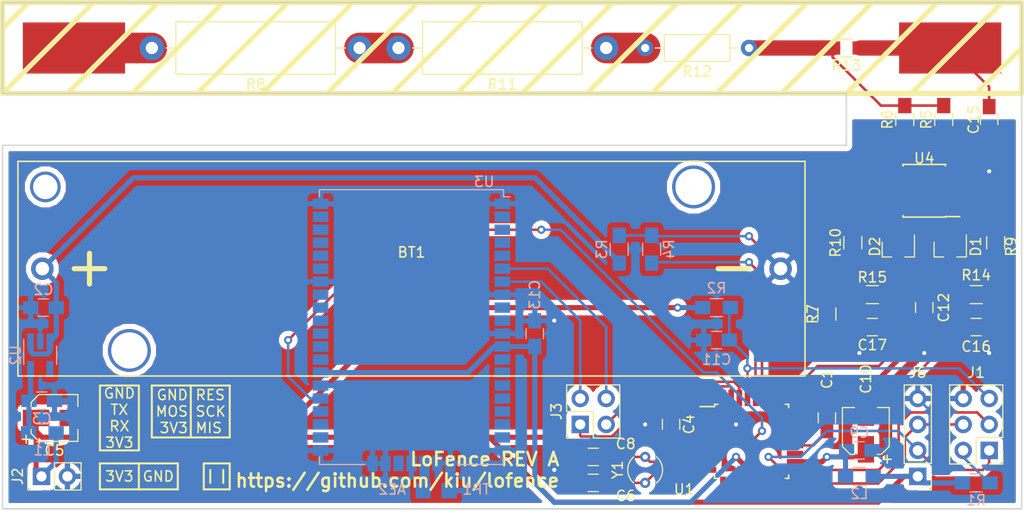
<source format=kicad_pcb>
(kicad_pcb (version 20171130) (host pcbnew "(5.0.0)")
  (layers (0 F.Cu signal) (31 B.Cu signal) (34 B.Paste user) (35 F.Paste user) (36 B.SilkS user) (37 F.SilkS user) (38 B.Mask user) (39 F.Mask user) (44 Edge.Cuts user))
  (net 0 "")
  (net 1 "Net-(AE2-Pad1)")
  (net 2 GND)
  (net 3 "Net-(C1-Pad1)")
  (net 4 +3V3)
  (net 5 "Net-(C6-Pad2)")
  (net 6 "Net-(C8-Pad2)")
  (net 7 +3.3VADC)
  (net 8 MCU_RESET)
  (net 9 ADC_POWER)
  (net 10 RN_POWER)
  (net 11 "Net-(C15-Pad1)")
  (net 12 ADC+)
  (net 13 ADC-)
  (net 14 "Net-(D1-Pad1)")
  (net 15 "Net-(D2-Pad1)")
  (net 16 MCU_DBG_TX)
  (net 17 MCU_SCK)
  (net 18 "Net-(J1-Pad2)")
  (net 19 MCU_DBG_RX)
  (net 20 RN_RESET)
  (net 21 RN_TX)
  (net 22 MCU_RX)
  (net 23 RN_RX)
  (net 24 MCU_TX)
  (net 25 PROBE)
  (net 26 "Net-(J5-Pad1)")
  (net 27 BAT_ADC)
  (net 28 BAT_VCC)
  (net 29 BAT_GND)
  (net 30 "Net-(R5-Pad1)")
  (net 31 "Net-(R10-Pad2)")
  (net 32 "Net-(R7-Pad2)")
  (net 33 "Net-(R11-Pad2)")
  (net 34 "Net-(R9-Pad2)")
  (net 35 "Net-(R11-Pad1)")
  (net 36 "Net-(C3-Pad1)")
  (module Pin_Headers:Pin_Header_Straight_2x02_Pitch2.54mm (layer F.Cu) (at 117.475 74.295 90)
    (fp_text reference J3 (at 1.27 -2.33 90) (layer F.SilkS))
    (fp_text value "DEBUG RN2483")
    (pad 4 thru_hole oval (at 2.54 2.54 90) (size 1.7 1.7) (drill 1) (layers *.Cu *.Mask) (net 21 RN_TX))
    (pad 3 thru_hole oval (at 0 2.54 90) (size 1.7 1.7) (drill 1) (layers *.Cu *.Mask) (net 22 MCU_RX))
    (pad 2 thru_hole oval (at 2.54 0 90) (size 1.7 1.7) (drill 1) (layers *.Cu *.Mask) (net 23 RN_RX))
    (pad 1 thru_hole rect (at 0 0 90) (size 1.7 1.7) (drill 1) (layers *.Cu *.Mask) (net 24 MCU_TX))
  )
  (module Capacitors_SMD:C_0805_HandSoldering (layer F.Cu) (at 141.605 73.64 90)
    (fp_text reference C1 (at 3.79 0 90) (layer F.SilkS))
    (fp_text value 100nF)
    (pad 1 smd rect (at -1.25 0 90) (size 1.5 1.25) (layers F.Cu F.Paste F.Mask) (net 3 "Net-(C1-Pad1)"))
    (pad 2 smd rect (at 1.25 0 90) (size 1.5 1.25) (layers F.Cu F.Paste F.Mask) (net 2 GND))
  )
  (module Capacitors_SMD:C_0805_HandSoldering (layer F.Cu) (at 126.365 74.275 270)
    (fp_text reference C4 (at 0 -1.75 270) (layer F.SilkS))
    (fp_text value 100nF)
    (pad 1 smd rect (at -1.25 0 270) (size 1.5 1.25) (layers F.Cu F.Paste F.Mask) (net 2 GND))
    (pad 2 smd rect (at 1.25 0 270) (size 1.5 1.25) (layers F.Cu F.Paste F.Mask) (net 4 +3V3))
  )
  (module Capacitors_SMD:C_0805_HandSoldering (layer F.Cu) (at 118.745 80.01)
    (fp_text reference C6 (at 3.175 1.27) (layer F.SilkS))
    (fp_text value 0pF)
    (pad 1 smd rect (at -1.25 0) (size 1.5 1.25) (layers F.Cu F.Paste F.Mask) (net 2 GND))
    (pad 2 smd rect (at 1.25 0) (size 1.5 1.25) (layers F.Cu F.Paste F.Mask) (net 5 "Net-(C6-Pad2)"))
  )
  (module Capacitors_SMD:C_0805_HandSoldering (layer F.Cu) (at 118.745 77.47)
    (fp_text reference C8 (at 3.175 -1.27) (layer F.SilkS))
    (fp_text value 0pF)
    (pad 1 smd rect (at -1.25 0) (size 1.5 1.25) (layers F.Cu F.Paste F.Mask) (net 2 GND))
    (pad 2 smd rect (at 1.25 0) (size 1.5 1.25) (layers F.Cu F.Paste F.Mask) (net 6 "Net-(C8-Pad2)"))
  )
  (module Capacitors_SMD:C_0805_HandSoldering (layer B.Cu) (at 144.78 76.835 180)
    (fp_text reference C9 (at 0 1.75 180) (layer B.SilkS) (effects (justify mirror)))
    (fp_text value 100nF)
    (pad 1 smd rect (at -1.25 0 180) (size 1.5 1.25) (layers B.Cu B.Paste B.Mask) (net 2 GND))
    (pad 2 smd rect (at 1.25 0 180) (size 1.5 1.25) (layers B.Cu B.Paste B.Mask) (net 7 +3.3VADC))
  )
  (module Capacitors_SMD:C_0805_HandSoldering (layer B.Cu) (at 130.81 66.04 180)
    (fp_text reference C11 (at 0 -1.905 180) (layer B.SilkS) (effects (justify mirror)))
    (fp_text value 100nF)
    (pad 1 smd rect (at -1.25 0 180) (size 1.5 1.25) (layers B.Cu B.Paste B.Mask) (net 8 MCU_RESET))
    (pad 2 smd rect (at 1.25 0 180) (size 1.5 1.25) (layers B.Cu B.Paste B.Mask) (net 2 GND))
  )
  (module Capacitors_SMD:C_0805_HandSoldering (layer F.Cu) (at 151.13 62.865 90)
    (fp_text reference C12 (at 0 1.905 90) (layer F.SilkS))
    (fp_text value 100nF)
    (pad 1 smd rect (at -1.25 0 90) (size 1.5 1.25) (layers F.Cu F.Paste F.Mask) (net 2 GND))
    (pad 2 smd rect (at 1.25 0 90) (size 1.5 1.25) (layers F.Cu F.Paste F.Mask) (net 9 ADC_POWER))
  )
  (module Capacitors_SMD:C_0805_HandSoldering (layer B.Cu) (at 113.03 65.405 270)
    (fp_text reference C13 (at -3.81 0 270) (layer B.SilkS) (effects (justify mirror)))
    (fp_text value 100nF)
    (pad 1 smd rect (at -1.25 0 270) (size 1.5 1.25) (layers B.Cu B.Paste B.Mask) (net 2 GND))
    (pad 2 smd rect (at 1.25 0 270) (size 1.5 1.25) (layers B.Cu B.Paste B.Mask) (net 10 RN_POWER))
  )
  (module Capacitors_SMD:C_0805_HandSoldering (layer F.Cu) (at 157.48 44.45 270)
    (fp_text reference C15 (at 0 1.524 270) (layer F.SilkS))
    (fp_text value 0nF)
    (pad 1 smd rect (at -1.25 0 270) (size 1.5 1.25) (layers F.Cu F.Paste F.Mask) (net 11 "Net-(C15-Pad1)"))
    (pad 2 smd rect (at 1.25 0 270) (size 1.5 1.25) (layers F.Cu F.Paste F.Mask) (net 2 GND))
  )
  (module Capacitors_SMD:C_0805_HandSoldering (layer F.Cu) (at 156.21 64.77)
    (fp_text reference C16 (at 0 1.905) (layer F.SilkS))
    (fp_text value 100nF)
    (pad 1 smd rect (at -1.25 0) (size 1.5 1.25) (layers F.Cu F.Paste F.Mask) (net 12 ADC+))
    (pad 2 smd rect (at 1.25 0) (size 1.5 1.25) (layers F.Cu F.Paste F.Mask) (net 2 GND))
  )
  (module Capacitors_SMD:C_0805_HandSoldering (layer F.Cu) (at 146.05 64.77 180)
    (fp_text reference C17 (at 0 -1.75 180) (layer F.SilkS))
    (fp_text value 100nF)
    (pad 1 smd rect (at -1.25 0 180) (size 1.5 1.25) (layers F.Cu F.Paste F.Mask) (net 13 ADC-))
    (pad 2 smd rect (at 1.25 0 180) (size 1.5 1.25) (layers F.Cu F.Paste F.Mask) (net 2 GND))
  )
  (module TO_SOT_Packages_SMD:SOT-23 (layer F.Cu) (at 153.67 57.15 270)
    (fp_text reference D1 (at -0.254 -2.5 270) (layer F.SilkS))
    (fp_text value BAV70LT)
    (pad 1 smd rect (at -1 -0.95 270) (size 0.9 0.8) (layers F.Cu F.Paste F.Mask) (net 14 "Net-(D1-Pad1)"))
    (pad 2 smd rect (at -1 0.95 270) (size 0.9 0.8) (layers F.Cu F.Paste F.Mask) (net 14 "Net-(D1-Pad1)"))
    (pad 3 smd rect (at 1 0 270) (size 0.9 0.8) (layers F.Cu F.Paste F.Mask) (net 12 ADC+))
  )
  (module TO_SOT_Packages_SMD:SOT-23 (layer F.Cu) (at 148.59 57.15 270)
    (fp_text reference D2 (at -0.254 2.286 270) (layer F.SilkS))
    (fp_text value BAV70LT)
    (pad 1 smd rect (at -1 -0.95 270) (size 0.9 0.8) (layers F.Cu F.Paste F.Mask) (net 15 "Net-(D2-Pad1)"))
    (pad 2 smd rect (at -1 0.95 270) (size 0.9 0.8) (layers F.Cu F.Paste F.Mask) (net 15 "Net-(D2-Pad1)"))
    (pad 3 smd rect (at 1 0 270) (size 0.9 0.8) (layers F.Cu F.Paste F.Mask) (net 13 ADC-))
  )
  (module Pin_Headers:Pin_Header_Straight_2x03_Pitch2.54mm (layer F.Cu) (at 157.48 76.835 180)
    (fp_text reference J1 (at 1.27 7.62 180) (layer F.SilkS))
    (fp_text value ISP)
    (pad 1 thru_hole rect (at 0 0 180) (size 1.7 1.7) (drill 1) (layers *.Cu *.Mask) (net 19 MCU_DBG_RX))
    (pad 2 thru_hole oval (at 2.54 0 180) (size 1.7 1.7) (drill 1) (layers *.Cu *.Mask) (net 18 "Net-(J1-Pad2)"))
    (pad 3 thru_hole oval (at 0 2.54 180) (size 1.7 1.7) (drill 1) (layers *.Cu *.Mask) (net 17 MCU_SCK))
    (pad 4 thru_hole oval (at 2.54 2.54 180) (size 1.7 1.7) (drill 1) (layers *.Cu *.Mask) (net 16 MCU_DBG_TX))
    (pad 5 thru_hole oval (at 0 5.08 180) (size 1.7 1.7) (drill 1) (layers *.Cu *.Mask) (net 8 MCU_RESET))
    (pad 6 thru_hole oval (at 2.54 5.08 180) (size 1.7 1.7) (drill 1) (layers *.Cu *.Mask) (net 2 GND))
  )
  (module Pin_Headers:Pin_Header_Straight_1x02_Pitch2.54mm (layer F.Cu) (at 64.77 79.375 90)
    (fp_text reference J2 (at 0 -2.33 90) (layer F.SilkS))
    (fp_text value POWER)
    (pad 1 thru_hole rect (at 0 0 90) (size 1.7 1.7) (drill 1) (layers *.Cu *.Mask) (net 4 +3V3))
    (pad 2 thru_hole oval (at 0 2.54 90) (size 1.7 1.7) (drill 1) (layers *.Cu *.Mask) (net 2 GND))
  )
  (module Wire_Pads:SolderWirePad_single_SMD_5x10mm (layer F.Cu) (at 67.945 37.465 270)
    (fp_text reference J5 hide)
    (fp_text value Fence+)
    (pad 1 smd rect (at 0 0 270) (size 5 10) (layers F.Cu F.Paste F.Mask) (net 26 "Net-(J5-Pad1)"))
  )
  (module Pin_Headers:Pin_Header_Straight_1x04_Pitch2.54mm (layer F.Cu) (at 150.495 79.375 180)
    (fp_text reference J6 (at 0 10.16 180) (layer F.SilkS))
    (fp_text value "DEBUG RXTX")
    (pad 1 thru_hole rect (at 0 0 180) (size 1.7 1.7) (drill 1) (layers *.Cu *.Mask) (net 4 +3V3))
    (pad 2 thru_hole oval (at 0 2.54 180) (size 1.7 1.7) (drill 1) (layers *.Cu *.Mask) (net 19 MCU_DBG_RX))
    (pad 3 thru_hole oval (at 0 5.08 180) (size 1.7 1.7) (drill 1) (layers *.Cu *.Mask) (net 16 MCU_DBG_TX))
    (pad 4 thru_hole oval (at 0 7.62 180) (size 1.7 1.7) (drill 1) (layers *.Cu *.Mask) (net 2 GND))
  )
  (module Wire_Pads:SolderWirePad_single_SMD_5x10mm (layer F.Cu) (at 153.67 37.465 90)
    (fp_text reference J7 hide)
    (fp_text value Fence-)
    (pad 1 smd rect (at 0 0 90) (size 5 10) (layers F.Cu F.Paste F.Mask) (net 11 "Net-(C15-Pad1)"))
  )
  (module Resistors_SMD:R_0805_HandSoldering (layer B.Cu) (at 156.21 80.01)
    (fp_text reference R1 (at 0 1.7) (layer B.SilkS) (effects (justify mirror)))
    (fp_text value 0R)
    (pad 1 smd rect (at -1.35 0) (size 1.5 1.3) (layers B.Cu B.Paste B.Mask) (net 4 +3V3))
    (pad 2 smd rect (at 1.35 0) (size 1.5 1.3) (layers B.Cu B.Paste B.Mask) (net 18 "Net-(J1-Pad2)"))
  )
  (module Resistors_SMD:R_0805_HandSoldering (layer B.Cu) (at 130.81 62.865)
    (fp_text reference R2 (at 0 -1.905) (layer B.SilkS) (effects (justify mirror)))
    (fp_text value 4k7)
    (pad 1 smd rect (at -1.35 0) (size 1.5 1.3) (layers B.Cu B.Paste B.Mask) (net 4 +3V3))
    (pad 2 smd rect (at 1.35 0) (size 1.5 1.3) (layers B.Cu B.Paste B.Mask) (net 8 MCU_RESET))
  )
  (module Resistors_SMD:R_0805_HandSoldering (layer B.Cu) (at 121.285 57.15 270)
    (fp_text reference R3 (at 0 1.7 270) (layer B.SilkS) (effects (justify mirror)))
    (fp_text value 232R)
    (pad 1 smd rect (at -1.35 0 270) (size 1.5 1.3) (layers B.Cu B.Paste B.Mask) (net 27 BAT_ADC))
    (pad 2 smd rect (at 1.35 0 270) (size 1.5 1.3) (layers B.Cu B.Paste B.Mask) (net 28 BAT_VCC))
  )
  (module Resistors_SMD:R_0805_HandSoldering (layer B.Cu) (at 124.46 57.15 90)
    (fp_text reference R4 (at 0 1.7 90) (layer B.SilkS) (effects (justify mirror)))
    (fp_text value 232R)
    (pad 1 smd rect (at -1.35 0 90) (size 1.5 1.3) (layers B.Cu B.Paste B.Mask) (net 29 BAT_GND))
    (pad 2 smd rect (at 1.35 0 90) (size 1.5 1.3) (layers B.Cu B.Paste B.Mask) (net 27 BAT_ADC))
  )
  (module Resistors_SMD:R_0805_HandSoldering (layer F.Cu) (at 153.035 44.45 90)
    (fp_text reference R5 (at 0 -1.7 90) (layer F.SilkS))
    (fp_text value 100k)
    (pad 1 smd rect (at -1.35 0 90) (size 1.5 1.3) (layers F.Cu F.Paste F.Mask) (net 30 "Net-(R5-Pad1)"))
    (pad 2 smd rect (at 1.35 0 90) (size 1.5 1.3) (layers F.Cu F.Paste F.Mask) (net 25 PROBE))
  )
  (module Resistors_SMD:R_0805_HandSoldering (layer F.Cu) (at 149.225 44.45 90)
    (fp_text reference R6 (at 0 -1.7 90) (layer F.SilkS))
    (fp_text value 100k)
    (pad 1 smd rect (at -1.35 0 90) (size 1.5 1.3) (layers F.Cu F.Paste F.Mask) (net 31 "Net-(R10-Pad2)"))
    (pad 2 smd rect (at 1.35 0 90) (size 1.5 1.3) (layers F.Cu F.Paste F.Mask) (net 25 PROBE))
  )
  (module Resistors_SMD:R_0805_HandSoldering (layer F.Cu) (at 141.605 63.5 90)
    (fp_text reference R7 (at 0 -1.397 90) (layer F.SilkS))
    (fp_text value 100k)
    (pad 1 smd rect (at -1.35 0 90) (size 1.5 1.3) (layers F.Cu F.Paste F.Mask) (net 2 GND))
    (pad 2 smd rect (at 1.35 0 90) (size 1.5 1.3) (layers F.Cu F.Paste F.Mask) (net 32 "Net-(R7-Pad2)"))
  )
  (module Resistors_SMD:R_0805_HandSoldering (layer F.Cu) (at 158.115 56.515 90)
    (fp_text reference R9 (at -0.381 1.524 90) (layer F.SilkS))
    (fp_text value 100k)
    (pad 1 smd rect (at -1.35 0 90) (size 1.5 1.3) (layers F.Cu F.Paste F.Mask) (net 12 ADC+))
    (pad 2 smd rect (at 1.35 0 90) (size 1.5 1.3) (layers F.Cu F.Paste F.Mask) (net 34 "Net-(R9-Pad2)"))
  )
  (module Resistors_SMD:R_0805_HandSoldering (layer F.Cu) (at 144.145 56.515 90)
    (fp_text reference R10 (at 0 -1.7 90) (layer F.SilkS))
    (fp_text value 100k)
    (pad 1 smd rect (at -1.35 0 90) (size 1.5 1.3) (layers F.Cu F.Paste F.Mask) (net 13 ADC-))
    (pad 2 smd rect (at 1.35 0 90) (size 1.5 1.3) (layers F.Cu F.Paste F.Mask) (net 31 "Net-(R10-Pad2)"))
  )
  (module Resistors_SMD:R_0805_HandSoldering (layer F.Cu) (at 143.51 37.465 180)
    (fp_text reference R13 (at 0 -1.7 180) (layer F.SilkS))
    (fp_text value 3k9)
    (pad 1 smd rect (at -1.35 0 180) (size 1.5 1.3) (layers F.Cu F.Paste F.Mask) (net 11 "Net-(C15-Pad1)"))
    (pad 2 smd rect (at 1.35 0 180) (size 1.5 1.3) (layers F.Cu F.Paste F.Mask) (net 25 PROBE))
  )
  (module Resistors_SMD:R_0805_HandSoldering (layer F.Cu) (at 156.21 61.595 180)
    (fp_text reference R14 (at 0 1.905 180) (layer F.SilkS))
    (fp_text value 1M)
    (pad 1 smd rect (at -1.35 0 180) (size 1.5 1.3) (layers F.Cu F.Paste F.Mask) (net 2 GND))
    (pad 2 smd rect (at 1.35 0 180) (size 1.5 1.3) (layers F.Cu F.Paste F.Mask) (net 12 ADC+))
  )
  (module Resistors_SMD:R_0805_HandSoldering (layer F.Cu) (at 146.05 61.595)
    (fp_text reference R15 (at 0 -1.7) (layer F.SilkS))
    (fp_text value 1M)
    (pad 1 smd rect (at -1.35 0) (size 1.5 1.3) (layers F.Cu F.Paste F.Mask) (net 2 GND))
    (pad 2 smd rect (at 1.35 0) (size 1.5 1.3) (layers F.Cu F.Paste F.Mask) (net 13 ADC-))
  )
  (module kiu-footprint:RN2483 (layer B.Cu) (at 100.965 64.77 180)
    (fp_text reference U3 (at -7.112 14.224 180) (layer B.SilkS) (effects (justify mirror)))
    (fp_text value RN2483)
    (pad 47 smd rect (at 8.89 12.065 180) (size 1.524 1.016) (layers B.Cu B.Paste B.Mask) (net 2 GND))
    (pad 46 smd rect (at 8.89 10.795 180) (size 1.524 1.016) (layers B.Cu B.Paste B.Mask))
    (pad 45 smd rect (at 8.89 9.525 180) (size 1.524 1.016) (layers B.Cu B.Paste B.Mask))
    (pad 44 smd rect (at 8.89 8.255 180) (size 1.524 1.016) (layers B.Cu B.Paste B.Mask))
    (pad 43 smd rect (at 8.89 6.985 180) (size 1.524 1.016) (layers B.Cu B.Paste B.Mask))
    (pad 42 smd rect (at 8.89 5.715 180) (size 1.524 1.016) (layers B.Cu B.Paste B.Mask))
    (pad 41 smd rect (at 8.89 4.445 180) (size 1.524 1.016) (layers B.Cu B.Paste B.Mask) (net 2 GND))
    (pad 40 smd rect (at 8.89 3.175 180) (size 1.524 1.016) (layers B.Cu B.Paste B.Mask))
    (pad 39 smd rect (at 8.89 1.905 180) (size 1.524 1.016) (layers B.Cu B.Paste B.Mask))
    (pad 38 smd rect (at 8.89 0.635 180) (size 1.524 1.016) (layers B.Cu B.Paste B.Mask))
    (pad 37 smd rect (at 8.89 -0.635 180) (size 1.524 1.016) (layers B.Cu B.Paste B.Mask))
    (pad 36 smd rect (at 8.89 -1.905 180) (size 1.524 1.016) (layers B.Cu B.Paste B.Mask))
    (pad 35 smd rect (at 8.89 -3.175 180) (size 1.524 1.016) (layers B.Cu B.Paste B.Mask))
    (pad 34 smd rect (at 8.89 -4.445 180) (size 1.524 1.016) (layers B.Cu B.Paste B.Mask) (net 10 RN_POWER))
    (pad 33 smd rect (at 8.89 -5.715 180) (size 1.524 1.016) (layers B.Cu B.Paste B.Mask) (net 2 GND))
    (pad 32 smd rect (at 8.89 -6.985 180) (size 1.524 1.016) (layers B.Cu B.Paste B.Mask) (net 20 RN_RESET))
    (pad 31 smd rect (at 8.89 -8.255 180) (size 1.524 1.016) (layers B.Cu B.Paste B.Mask))
    (pad 30 smd rect (at 8.89 -9.525 180) (size 1.524 1.016) (layers B.Cu B.Paste B.Mask))
    (pad 29 smd rect (at 8.89 -10.795 180) (size 1.524 1.016) (layers B.Cu B.Paste B.Mask))
    (pad 28 smd rect (at 8.89 -12.065 180) (size 1.524 1.016) (layers B.Cu B.Paste B.Mask) (net 2 GND))
    (pad 27 smd rect (at 3.81 -13.335 90) (size 1.524 1.016) (layers B.Cu B.Paste B.Mask) (net 2 GND))
    (pad 26 smd rect (at 2.54 -13.335 90) (size 1.524 1.016) (layers B.Cu B.Paste B.Mask) (net 2 GND))
    (pad 25 smd rect (at 1.27 -13.335 90) (size 1.524 1.016) (layers B.Cu B.Paste B.Mask))
    (pad 24 smd rect (at 0 -13.335 90) (size 1.524 1.016) (layers B.Cu B.Paste B.Mask) (net 2 GND))
    (pad 23 smd rect (at -1.27 -13.335 90) (size 1.524 1.016) (layers B.Cu B.Paste B.Mask) (net 1 "Net-(AE2-Pad1)"))
    (pad 22 smd rect (at -2.54 -13.335 90) (size 1.524 1.016) (layers B.Cu B.Paste B.Mask) (net 2 GND))
    (pad 21 smd rect (at -3.81 -13.335 90) (size 1.524 1.016) (layers B.Cu B.Paste B.Mask) (net 2 GND))
    (pad 20 smd rect (at -8.89 -12.065 180) (size 1.524 1.016) (layers B.Cu B.Paste B.Mask) (net 2 GND))
    (pad 19 smd rect (at -8.89 -10.795 180) (size 1.524 1.016) (layers B.Cu B.Paste B.Mask))
    (pad 18 smd rect (at -8.89 -9.525 180) (size 1.524 1.016) (layers B.Cu B.Paste B.Mask))
    (pad 17 smd rect (at -8.89 -8.255 180) (size 1.524 1.016) (layers B.Cu B.Paste B.Mask))
    (pad 16 smd rect (at -8.89 -6.985 180) (size 1.524 1.016) (layers B.Cu B.Paste B.Mask))
    (pad 15 smd rect (at -8.89 -5.715 180) (size 1.524 1.016) (layers B.Cu B.Paste B.Mask))
    (pad 14 smd rect (at -8.89 -4.445 180) (size 1.524 1.016) (layers B.Cu B.Paste B.Mask))
    (pad 13 smd rect (at -8.89 -3.175 180) (size 1.524 1.016) (layers B.Cu B.Paste B.Mask))
    (pad 12 smd rect (at -8.89 -1.905 180) (size 1.524 1.016) (layers B.Cu B.Paste B.Mask) (net 10 RN_POWER))
    (pad 11 smd rect (at -8.89 -0.635 180) (size 1.524 1.016) (layers B.Cu B.Paste B.Mask) (net 2 GND))
    (pad 10 smd rect (at -8.89 0.635 180) (size 1.524 1.016) (layers B.Cu B.Paste B.Mask))
    (pad 9 smd rect (at -8.89 1.905 180) (size 1.524 1.016) (layers B.Cu B.Paste B.Mask))
    (pad 8 smd rect (at -8.89 3.175 180) (size 1.524 1.016) (layers B.Cu B.Paste B.Mask) (net 2 GND))
    (pad 7 smd rect (at -8.89 4.445 180) (size 1.524 1.016) (layers B.Cu B.Paste B.Mask) (net 23 RN_RX))
    (pad 6 smd rect (at -8.89 5.715 180) (size 1.524 1.016) (layers B.Cu B.Paste B.Mask) (net 21 RN_TX))
    (pad 5 smd rect (at -8.89 6.985 180) (size 1.524 1.016) (layers B.Cu B.Paste B.Mask))
    (pad 4 smd rect (at -8.89 8.255 180) (size 1.524 1.016) (layers B.Cu B.Paste B.Mask))
    (pad 3 smd rect (at -8.89 9.525 180) (size 1.524 1.016) (layers B.Cu B.Paste B.Mask))
    (pad 2 smd rect (at -8.89 10.795 180) (size 1.524 1.016) (layers B.Cu B.Paste B.Mask))
    (pad 1 smd rect (at -8.89 12.065 180) (size 1.524 1.016) (layers B.Cu B.Paste B.Mask) (net 2 GND))
  )
  (module Housings_SOIC:SOIC-8_3.9x4.9mm_Pitch1.27mm (layer F.Cu) (at 151.13 51.435 180)
    (fp_text reference U4 (at 0 3.175 180) (layer F.SilkS))
    (fp_text value Opamp_Dual_Generic)
    (pad 1 smd rect (at -2.7 -1.905 180) (size 1.55 0.6) (layers F.Cu F.Paste F.Mask) (net 14 "Net-(D1-Pad1)"))
    (pad 2 smd rect (at -2.7 -0.635 180) (size 1.55 0.6) (layers F.Cu F.Paste F.Mask) (net 34 "Net-(R9-Pad2)"))
    (pad 3 smd rect (at -2.7 0.635 180) (size 1.55 0.6) (layers F.Cu F.Paste F.Mask) (net 30 "Net-(R5-Pad1)"))
    (pad 4 smd rect (at -2.7 1.905 180) (size 1.55 0.6) (layers F.Cu F.Paste F.Mask) (net 2 GND))
    (pad 5 smd rect (at 2.7 1.905 180) (size 1.55 0.6) (layers F.Cu F.Paste F.Mask) (net 32 "Net-(R7-Pad2)"))
    (pad 6 smd rect (at 2.7 0.635 180) (size 1.55 0.6) (layers F.Cu F.Paste F.Mask) (net 31 "Net-(R10-Pad2)"))
    (pad 7 smd rect (at 2.7 -0.635 180) (size 1.55 0.6) (layers F.Cu F.Paste F.Mask) (net 15 "Net-(D2-Pad1)"))
    (pad 8 smd rect (at 2.7 -1.905 180) (size 1.55 0.6) (layers F.Cu F.Paste F.Mask) (net 9 ADC_POWER))
  )
  (module Crystals:Crystal_AT310_d3.0mm_l10.0mm_Vertical (layer F.Cu) (at 123.825 80.01 90)
    (fp_text reference Y1 (at 1.27 -2.7 90) (layer F.SilkS))
    (fp_text value "32768 Hz")
    (pad 1 thru_hole circle (at 0 0 90) (size 1 1) (drill 0.5) (layers *.Cu *.Mask) (net 5 "Net-(C6-Pad2)"))
    (pad 2 thru_hole circle (at 2.54 0 90) (size 1 1) (drill 0.5) (layers *.Cu *.Mask) (net 6 "Net-(C8-Pad2)"))
  )
  (module Housings_QFP:TQFP-32_7x7mm_Pitch0.8mm (layer F.Cu) (at 134.239 75.946)
    (fp_text reference U1 (at -6.604 4.699) (layer F.SilkS))
    (fp_text value ATmega328PB-AU)
    (pad 1 smd rect (at -4.25 -2.8) (size 1.6 0.55) (layers F.Cu F.Paste F.Mask))
    (pad 2 smd rect (at -4.25 -2) (size 1.6 0.55) (layers F.Cu F.Paste F.Mask))
    (pad 3 smd rect (at -4.25 -1.2) (size 1.6 0.55) (layers F.Cu F.Paste F.Mask))
    (pad 4 smd rect (at -4.25 -0.4) (size 1.6 0.55) (layers F.Cu F.Paste F.Mask) (net 4 +3V3))
    (pad 5 smd rect (at -4.25 0.4) (size 1.6 0.55) (layers F.Cu F.Paste F.Mask) (net 2 GND))
    (pad 6 smd rect (at -4.25 1.2) (size 1.6 0.55) (layers F.Cu F.Paste F.Mask))
    (pad 7 smd rect (at -4.25 2) (size 1.6 0.55) (layers F.Cu F.Paste F.Mask) (net 6 "Net-(C8-Pad2)"))
    (pad 8 smd rect (at -4.25 2.8) (size 1.6 0.55) (layers F.Cu F.Paste F.Mask) (net 5 "Net-(C6-Pad2)"))
    (pad 9 smd rect (at -2.8 4.25 90) (size 1.6 0.55) (layers F.Cu F.Paste F.Mask))
    (pad 10 smd rect (at -2 4.25 90) (size 1.6 0.55) (layers F.Cu F.Paste F.Mask))
    (pad 11 smd rect (at -1.2 4.25 90) (size 1.6 0.55) (layers F.Cu F.Paste F.Mask))
    (pad 12 smd rect (at -0.4 4.25 90) (size 1.6 0.55) (layers F.Cu F.Paste F.Mask) (net 10 RN_POWER))
    (pad 13 smd rect (at 0.4 4.25 90) (size 1.6 0.55) (layers F.Cu F.Paste F.Mask) (net 20 RN_RESET))
    (pad 14 smd rect (at 1.2 4.25 90) (size 1.6 0.55) (layers F.Cu F.Paste F.Mask))
    (pad 15 smd rect (at 2 4.25 90) (size 1.6 0.55) (layers F.Cu F.Paste F.Mask) (net 16 MCU_DBG_TX))
    (pad 16 smd rect (at 2.8 4.25 90) (size 1.6 0.55) (layers F.Cu F.Paste F.Mask) (net 19 MCU_DBG_RX))
    (pad 17 smd rect (at 4.25 2.8) (size 1.6 0.55) (layers F.Cu F.Paste F.Mask) (net 17 MCU_SCK))
    (pad 18 smd rect (at 4.25 2) (size 1.6 0.55) (layers F.Cu F.Paste F.Mask) (net 7 +3.3VADC))
    (pad 19 smd rect (at 4.25 1.2) (size 1.6 0.55) (layers F.Cu F.Paste F.Mask))
    (pad 20 smd rect (at 4.25 0.4) (size 1.6 0.55) (layers F.Cu F.Paste F.Mask) (net 3 "Net-(C1-Pad1)"))
    (pad 21 smd rect (at 4.25 -0.4) (size 1.6 0.55) (layers F.Cu F.Paste F.Mask) (net 2 GND))
    (pad 22 smd rect (at 4.25 -1.2) (size 1.6 0.55) (layers F.Cu F.Paste F.Mask))
    (pad 23 smd rect (at 4.25 -2) (size 1.6 0.55) (layers F.Cu F.Paste F.Mask) (net 12 ADC+))
    (pad 24 smd rect (at 4.25 -2.8) (size 1.6 0.55) (layers F.Cu F.Paste F.Mask) (net 9 ADC_POWER))
    (pad 25 smd rect (at 2.8 -4.25 90) (size 1.6 0.55) (layers F.Cu F.Paste F.Mask) (net 13 ADC-))
    (pad 26 smd rect (at 2 -4.25 90) (size 1.6 0.55) (layers F.Cu F.Paste F.Mask))
    (pad 27 smd rect (at 1.2 -4.25 90) (size 1.6 0.55) (layers F.Cu F.Paste F.Mask) (net 27 BAT_ADC))
    (pad 28 smd rect (at 0.4 -4.25 90) (size 1.6 0.55) (layers F.Cu F.Paste F.Mask) (net 29 BAT_GND))
    (pad 29 smd rect (at -0.4 -4.25 90) (size 1.6 0.55) (layers F.Cu F.Paste F.Mask) (net 8 MCU_RESET))
    (pad 30 smd rect (at -1.2 -4.25 90) (size 1.6 0.55) (layers F.Cu F.Paste F.Mask) (net 22 MCU_RX))
    (pad 31 smd rect (at -2 -4.25 90) (size 1.6 0.55) (layers F.Cu F.Paste F.Mask) (net 24 MCU_TX))
    (pad 32 smd rect (at -2.8 -4.25 90) (size 1.6 0.55) (layers F.Cu F.Paste F.Mask))
  )
  (module TO_SOT_Packages_SMD:SOT-23-5_HandSoldering (layer B.Cu) (at 64.644502 67.522653 270)
    (fp_text reference U2 (at 0 2.414502 270) (layer B.SilkS) (effects (justify mirror)))
    (fp_text value MIC5504-3.3YM5)
    (pad 1 smd rect (at -1.35 0.95 270) (size 1.56 0.65) (layers B.Cu B.Paste B.Mask) (net 28 BAT_VCC))
    (pad 2 smd rect (at -1.35 0 270) (size 1.56 0.65) (layers B.Cu B.Paste B.Mask) (net 2 GND))
    (pad 3 smd rect (at -1.35 -0.95 270) (size 1.56 0.65) (layers B.Cu B.Paste B.Mask) (net 28 BAT_VCC))
    (pad 4 smd rect (at 1.35 -0.95 270) (size 1.56 0.65) (layers B.Cu B.Paste B.Mask))
    (pad 5 smd rect (at 1.35 0.95 270) (size 1.56 0.65) (layers B.Cu B.Paste B.Mask) (net 36 "Net-(C3-Pad1)"))
  )
  (module Resistors_ThroughHole:R_Axial_DIN0516_L15.5mm_D5.0mm_P20.32mm_Horizontal (layer F.Cu) (at 95.885 37.465 180)
    (fp_text reference R8 (at 10.16 -3.56 180) (layer F.SilkS))
    (fp_text value "10M 6KV")
    (pad 1 thru_hole circle (at 0 0 180) (size 2.4 2.4) (drill 1.2) (layers *.Cu *.Mask) (net 33 "Net-(R11-Pad2)"))
    (pad 2 thru_hole oval (at 20.32 0 180) (size 2.4 2.4) (drill 1.2) (layers *.Cu *.Mask) (net 26 "Net-(J5-Pad1)"))
  )
  (module Resistors_ThroughHole:R_Axial_DIN0516_L15.5mm_D5.0mm_P20.32mm_Horizontal (layer F.Cu) (at 120.015 37.465 180)
    (fp_text reference R11 (at 10.16 -3.56 180) (layer F.SilkS))
    (fp_text value "10M 6KV")
    (pad 1 thru_hole circle (at 0 0 180) (size 2.4 2.4) (drill 1.2) (layers *.Cu *.Mask) (net 35 "Net-(R11-Pad1)"))
    (pad 2 thru_hole oval (at 20.32 0 180) (size 2.4 2.4) (drill 1.2) (layers *.Cu *.Mask) (net 33 "Net-(R11-Pad2)"))
  )
  (module Resistors_ThroughHole:R_Axial_DIN0207_L6.3mm_D2.5mm_P10.16mm_Horizontal (layer F.Cu) (at 133.985 37.465 180)
    (fp_text reference R12 (at 5.08 -2.31 180) (layer F.SilkS))
    (fp_text value "1M 700V")
    (pad 1 thru_hole circle (at 0 0 180) (size 1.6 1.6) (drill 0.8) (layers *.Cu *.Mask) (net 25 PROBE))
    (pad 2 thru_hole oval (at 10.16 0 180) (size 1.6 1.6) (drill 0.8) (layers *.Cu *.Mask) (net 35 "Net-(R11-Pad1)"))
  )
  (module kiu-footprint:18650HolderTHT (layer F.Cu) (at 100.965 59.055)
    (fp_text reference BT1 (at 0 -1.6) (layer F.SilkS))
    (fp_text value Battery_Cell)
    (pad "" np_thru_hole circle (at -35.82 -8) (size 3 3) (drill 2.39) (layers *.Cu *.Mask))
    (pad "" np_thru_hole circle (at -27.6 8) (size 4.2 4.2) (drill 3.55) (layers *.Cu *.Mask))
    (pad "" np_thru_hole circle (at 27.6 -8) (size 4.2 4.2) (drill 3.55) (layers *.Cu *.Mask))
    (pad 2 thru_hole circle (at 36.11 0) (size 2.2 2.2) (drill 1.32) (layers *.Cu *.Mask) (net 2 GND))
    (pad 1 thru_hole circle (at -36.11 0) (size 2.2 2.2) (drill 1.32) (layers *.Cu *.Mask) (net 28 BAT_VCC))
  )
  (module Resistors_SMD:R_0805_HandSoldering (layer B.Cu) (at 64.85 75.118172)
    (fp_text reference L1 (at 0 1.7) (layer B.SilkS) (effects (justify mirror)))
    (fp_text value 10uH)
    (pad 1 smd rect (at -1.35 0) (size 1.5 1.3) (layers B.Cu B.Paste B.Mask) (net 36 "Net-(C3-Pad1)"))
    (pad 2 smd rect (at 1.35 0) (size 1.5 1.3) (layers B.Cu B.Paste B.Mask) (net 4 +3V3))
  )
  (module Resistors_SMD:R_0805_HandSoldering (layer B.Cu) (at 144.78 79.375)
    (fp_text reference L2 (at 0 1.7) (layer B.SilkS) (effects (justify mirror)))
    (fp_text value Ferrite_Bead)
    (pad 1 smd rect (at -1.35 0) (size 1.5 1.3) (layers B.Cu B.Paste B.Mask) (net 7 +3.3VADC))
    (pad 2 smd rect (at 1.35 0) (size 1.5 1.3) (layers B.Cu B.Paste B.Mask) (net 4 +3V3))
  )
  (module Capacitors_SMD:C_0805_HandSoldering (layer B.Cu) (at 64.963341 62.865 180)
    (fp_text reference C2 (at 0 1.75 180) (layer B.SilkS) (effects (justify mirror)))
    (fp_text value 1.0uF)
    (pad 1 smd rect (at -1.25 0 180) (size 1.5 1.25) (layers B.Cu B.Paste B.Mask) (net 28 BAT_VCC))
    (pad 2 smd rect (at 1.25 0 180) (size 1.5 1.25) (layers B.Cu B.Paste B.Mask) (net 2 GND))
  )
  (module Capacitors_SMD:C_0805_HandSoldering (layer B.Cu) (at 64.79 71.967653)
    (fp_text reference C3 (at 0 1.75) (layer B.SilkS) (effects (justify mirror)))
    (fp_text value 1.0uF)
    (pad 1 smd rect (at -1.25 0) (size 1.5 1.25) (layers B.Cu B.Paste B.Mask) (net 36 "Net-(C3-Pad1)"))
    (pad 2 smd rect (at 1.25 0) (size 1.5 1.25) (layers B.Cu B.Paste B.Mask) (net 2 GND))
  )
  (module Capacitors_SMD:CP_Elec_4x5.7 (layer F.Cu) (at 66.04 73.66)
    (fp_text reference C5 (at 0 3.175 180) (layer F.SilkS))
    (fp_text value 10uF)
    (fp_text user + (at -2.77 2.01) (layer F.SilkS))
    (pad 1 smd rect (at -1.8 0 180) (size 2.6 1.6) (layers F.Cu F.Paste F.Mask) (net 4 +3V3))
    (pad 2 smd rect (at 1.8 0 180) (size 2.6 1.6) (layers F.Cu F.Paste F.Mask) (net 2 GND))
  )
  (module Capacitors_SMD:CP_Elec_4x5.7 (layer F.Cu) (at 145.415 74.93 90)
    (fp_text reference C10 (at 5.08 0 90) (layer F.SilkS))
    (fp_text value 10uF)
    (fp_text user + (at -2.77 2.01 90) (layer F.SilkS))
    (pad 1 smd rect (at -1.8 0 270) (size 2.6 1.6) (layers F.Cu F.Paste F.Mask) (net 7 +3.3VADC))
    (pad 2 smd rect (at 1.8 0 270) (size 2.6 1.6) (layers F.Cu F.Paste F.Mask) (net 2 GND))
  )
  (module Measurement_Points:Measurement_Point_Square-SMD-Pad_Small (layer B.Cu) (at 102.108 80.772 270)
    (fp_text reference AE2 (at -0.127 3.048) (layer B.SilkS) (effects (justify mirror)))
    (fp_text value Antenna)
    (pad 1 smd rect (at 0 0 270) (size 1.5 1.5) (layers B.Cu B.Mask) (net 1 "Net-(AE2-Pad1)"))
  )
  (module Measurement_Points:Measurement_Point_Square-SMD-Pad_Small (layer B.Cu) (at 104.648 80.772)
    (fp_text reference TP1 (at 2.667 -0.127) (layer B.SilkS) (effects (justify mirror)))
    (fp_text value TestPoint)
    (pad 1 smd rect (at 0 0) (size 1.5 1.5) (layers B.Cu B.Mask) (net 2 GND))
  )
  (gr_line (start 80.645 80.645) (end 83.185 80.645) (layer F.SilkS) (width 0.2))
  (gr_line (start 80.645 78.105) (end 83.185 78.105) (layer F.SilkS) (width 0.2))
  (gr_line (start 83.185 78.105) (end 83.185 80.645) (layer F.SilkS) (width 0.2))
  (gr_line (start 82.55 78.74) (end 82.55 80.01) (layer F.SilkS) (width 0.2))
  (gr_line (start 81.28 78.74) (end 81.28 80.01) (layer F.SilkS) (width 0.2))
  (gr_line (start 80.645 78.105) (end 80.645 80.645) (layer F.SilkS) (width 0.2))
  (gr_line (start 79.375 75.565) (end 79.375 70.485) (layer F.SilkS) (width 0.2))
  (gr_line (start 75.565 70.485) (end 79.375 70.485) (layer F.SilkS) (width 0.2))
  (gr_line (start 75.565 75.565) (end 75.565 70.485) (layer F.SilkS) (width 0.2))
  (gr_line (start 83.185 75.565) (end 75.565 75.565) (layer F.SilkS) (width 0.2))
  (gr_line (start 83.185 70.485) (end 83.185 75.565) (layer F.SilkS) (width 0.2))
  (gr_line (start 79.375 70.485) (end 83.185 70.485) (layer F.SilkS) (width 0.2))
  (gr_text "GND RES\nMOS SCK\n3V3 MIS" (at 79.375 73.025) (layer F.SilkS) (effects (font (size 1 1))))
  (gr_line (start 74.295 76.835) (end 74.295 70.485) (layer F.SilkS) (width 0.2))
  (gr_line (start 70.485 76.835) (end 74.295 76.835) (layer F.SilkS) (width 0.2))
  (gr_line (start 70.485 70.485) (end 70.485 76.835) (layer F.SilkS) (width 0.2))
  (gr_line (start 70.485 70.485) (end 74.295 70.485) (layer F.SilkS) (width 0.2))
  (gr_text "GND\nTX\nRX\n3V3" (at 72.39 73.66) (layer F.SilkS) (effects (font (size 1 1))))
  (gr_line (start 70.485 78.105) (end 78.105 78.105) (layer F.SilkS) (width 0.2))
  (gr_line (start 70.485 80.645) (end 70.485 78.105) (layer F.SilkS) (width 0.2))
  (gr_line (start 78.105 80.645) (end 78.105 78.105) (layer F.SilkS) (width 0.2))
  (gr_line (start 74.295 80.645) (end 78.105 80.645) (layer F.SilkS) (width 0.2))
  (gr_line (start 74.295 80.645) (end 70.485 80.645) (layer F.SilkS) (width 0.2))
  (gr_line (start 74.295 78.105) (end 74.295 80.645) (layer F.SilkS) (width 0.2))
  (gr_text 3V3 (at 72.39 79.375) (layer F.SilkS) (effects (font (size 1 1))))
  (gr_text GND (at 76.2 79.375) (layer F.SilkS) (effects (font (size 1 1))))
  (gr_text "LoFence REV A\nhttps://github.com/kiu/lofence\n" (at 115.57 78.74) (layer F.SilkS) (effects (font (size 1.3 1.3) (thickness 0.25)) (justify right)))
  (gr_line (start 160.655 33.02) (end 160.655 41.91) (layer F.SilkS) (width 0.5))
  (gr_line (start 60.96 33.02) (end 160.655 33.02) (layer F.SilkS) (width 0.5))
  (gr_line (start 60.96 41.91) (end 60.96 33.02) (layer F.SilkS) (width 0.5))
  (gr_line (start 160.655 41.91) (end 60.96 41.91) (layer F.SilkS) (width 0.5))
  (gr_line (start 156.21 41.91) (end 160.655 37.465) (layer F.SilkS) (width 0.5))
  (gr_line (start 63.5 33.02) (end 60.96 35.56) (layer F.SilkS) (width 0.5))
  (gr_line (start 149.86 41.91) (end 158.75 33.02) (layer F.SilkS) (width 0.5))
  (gr_line (start 143.51 41.91) (end 152.4 33.02) (layer F.SilkS) (width 0.5))
  (gr_line (start 137.16 41.91) (end 146.05 33.02) (layer F.SilkS) (width 0.5))
  (gr_line (start 130.81 41.91) (end 139.7 33.02) (layer F.SilkS) (width 0.5))
  (gr_line (start 124.46 41.91) (end 133.35 33.02) (layer F.SilkS) (width 0.5))
  (gr_line (start 118.11 41.91) (end 127 33.02) (layer F.SilkS) (width 0.5))
  (gr_line (start 111.76 41.91) (end 120.65 33.02) (layer F.SilkS) (width 0.5))
  (gr_line (start 105.41 41.91) (end 114.3 33.02) (layer F.SilkS) (width 0.5))
  (gr_line (start 99.06 41.91) (end 107.95 33.02) (layer F.SilkS) (width 0.5))
  (gr_line (start 92.71 41.91) (end 101.6 33.02) (layer F.SilkS) (width 0.5))
  (gr_line (start 86.36 41.91) (end 95.25 33.02) (layer F.SilkS) (width 0.5))
  (gr_line (start 80.01 41.91) (end 88.9 33.02) (layer F.SilkS) (width 0.5))
  (gr_line (start 73.66 41.91) (end 82.55 33.02) (layer F.SilkS) (width 0.5))
  (gr_line (start 67.31 41.91) (end 76.2 33.02) (layer F.SilkS) (width 0.5))
  (gr_line (start 60.96 41.91) (end 69.85 33.02) (layer F.SilkS) (width 0.5))
  (gr_line (start 60.96 46.99) (end 60.96 82.55) (layer Edge.Cuts) (width 0.15))
  (gr_line (start 143.51 46.99) (end 60.96 46.99) (layer Edge.Cuts) (width 0.15))
  (gr_line (start 143.51 41.91) (end 143.51 46.99) (layer Edge.Cuts) (width 0.15))
  (gr_line (start 160.655 82.55) (end 60.96 82.55) (layer Edge.Cuts) (width 0.15))
  (gr_line (start 160.655 33.02) (end 160.655 82.55) (layer Edge.Cuts) (width 0.15))
  (gr_line (start 160.655 33.02) (end 60.96 33.02) (layer Edge.Cuts) (width 0.15))
  (gr_line (start 138.43 41.91) (end 143.51 41.91) (layer Edge.Cuts) (width 0.15))
  (gr_line (start 60.96 41.91) (end 60.96 33.02) (layer Edge.Cuts) (width 0.15))
  (gr_line (start 60.96 41.91) (end 138.43 41.91) (layer Edge.Cuts) (width 0.15))
  (segment (start 102.235 80.645) (end 102.108 80.772) (width 1) (layer B.Cu) (net 1))
  (segment (start 102.235 78.105) (end 102.235 80.645) (width 1) (layer B.Cu) (net 1))
  (segment (start 157.56 64.67) (end 157.46 64.77) (width 0.25) (layer F.Cu) (net 2))
  (segment (start 144.7 64.67) (end 144.8 64.77) (width 0.25) (layer F.Cu) (net 2))
  (segment (start 64.644502 63.796161) (end 63.713341 62.865) (width 0.25) (layer B.Cu) (net 2))
  (segment (start 64.644502 66.172653) (end 64.644502 63.796161) (width 0.25) (layer B.Cu) (net 2))
  (via (at 157.48 49.53) (size 0.8) (drill 0.4) (layers F.Cu B.Cu) (net 2))
  (via (at 157.48 67.31) (size 0.8) (drill 0.4) (layers F.Cu B.Cu) (net 2))
  (via (at 151.13 67.31) (size 0.8) (drill 0.4) (layers F.Cu B.Cu) (net 2))
  (via (at 144.78 67.31) (size 0.8) (drill 0.4) (layers F.Cu B.Cu) (net 2))
  (via (at 132.715 74.295) (size 0.8) (drill 0.4) (layers F.Cu B.Cu) (net 2))
  (via (at 114.935 78.74) (size 0.8) (drill 0.4) (layers F.Cu B.Cu) (net 2))
  (via (at 114.935 64.135) (size 0.8) (drill 0.4) (layers F.Cu B.Cu) (net 2))
  (via (at 123.825 74.295) (size 0.8) (drill 0.4) (layers F.Cu B.Cu) (net 2))
  (segment (start 151.344999 72.604999) (end 150.495 71.755) (width 0.25) (layer B.Cu) (net 2))
  (segment (start 151.670001 77.399001) (end 151.670001 72.930001) (width 0.25) (layer B.Cu) (net 2))
  (segment (start 151.059001 78.010001) (end 151.670001 77.399001) (width 0.25) (layer B.Cu) (net 2))
  (segment (start 147.330001 78.010001) (end 151.059001 78.010001) (width 0.25) (layer B.Cu) (net 2))
  (segment (start 146.155 76.835) (end 147.330001 78.010001) (width 0.25) (layer B.Cu) (net 2))
  (segment (start 151.670001 72.930001) (end 151.344999 72.604999) (width 0.25) (layer B.Cu) (net 2))
  (segment (start 146.03 76.835) (end 146.155 76.835) (width 0.25) (layer B.Cu) (net 2))
  (segment (start 137.439 75.546) (end 135.553 73.66) (width 0.25) (layer F.Cu) (net 2))
  (segment (start 138.489 75.546) (end 137.439 75.546) (width 0.25) (layer F.Cu) (net 2))
  (segment (start 133.35 73.66) (end 132.715 74.295) (width 0.25) (layer F.Cu) (net 2))
  (segment (start 135.553 73.66) (end 133.35 73.66) (width 0.25) (layer F.Cu) (net 2))
  (segment (start 132.315001 74.694999) (end 132.715 74.295) (width 0.25) (layer F.Cu) (net 2))
  (segment (start 132.315001 75.069999) (end 132.315001 74.694999) (width 0.25) (layer F.Cu) (net 2))
  (segment (start 131.039 76.346) (end 132.315001 75.069999) (width 0.25) (layer F.Cu) (net 2))
  (segment (start 129.989 76.346) (end 131.039 76.346) (width 0.25) (layer F.Cu) (net 2))
  (segment (start 104.775 80.645) (end 104.648 80.772) (width 1) (layer B.Cu) (net 2))
  (segment (start 104.775 78.105) (end 104.775 80.645) (width 1) (layer B.Cu) (net 2))
  (segment (start 141.605 75.015) (end 141.605 74.89) (width 0.25) (layer F.Cu) (net 3))
  (segment (start 140.274 76.346) (end 141.605 75.015) (width 0.25) (layer F.Cu) (net 3))
  (segment (start 138.489 76.346) (end 140.274 76.346) (width 0.25) (layer F.Cu) (net 3))
  (segment (start 66.2 77.945) (end 64.77 79.375) (width 0.5) (layer B.Cu) (net 4))
  (segment (start 66.2 75.118172) (end 66.2 77.945) (width 0.5) (layer B.Cu) (net 4))
  (segment (start 64.24 78.845) (end 64.77 79.375) (width 0.5) (layer F.Cu) (net 4))
  (segment (start 64.24 74.96) (end 64.24 74.93) (width 0.5) (layer F.Cu) (net 4))
  (segment (start 64.826 75.546) (end 64.24 74.96) (width 0.5) (layer F.Cu) (net 4))
  (segment (start 64.24 73.66) (end 64.24 74.93) (width 0.5) (layer F.Cu) (net 4))
  (segment (start 64.24 74.93) (end 64.24 78.845) (width 0.5) (layer F.Cu) (net 4))
  (segment (start 146.623988 81.896012) (end 114.916012 81.896012) (width 0.5) (layer F.Cu) (net 4))
  (segment (start 150.495 79.375) (end 149.145 79.375) (width 0.5) (layer F.Cu) (net 4))
  (segment (start 149.145 79.375) (end 146.623988 81.896012) (width 0.5) (layer F.Cu) (net 4))
  (segment (start 114.916012 81.877012) (end 108.585 75.546) (width 0.5) (layer F.Cu) (net 4))
  (segment (start 114.916012 81.896012) (end 114.916012 81.877012) (width 0.5) (layer F.Cu) (net 4))
  (segment (start 151.13 80.01) (end 150.495 79.375) (width 0.5) (layer B.Cu) (net 4))
  (segment (start 154.86 80.01) (end 151.13 80.01) (width 0.5) (layer B.Cu) (net 4))
  (segment (start 150.495 79.375) (end 146.13 79.375) (width 0.5) (layer B.Cu) (net 4))
  (via (at 127 62.865) (size 0.8) (drill 0.4) (layers F.Cu B.Cu) (net 4))
  (segment (start 121.266 62.865) (end 127 62.865) (width 0.5) (layer F.Cu) (net 4))
  (segment (start 127 62.865) (end 129.46 62.865) (width 0.5) (layer B.Cu) (net 4))
  (segment (start 122.555 75.546) (end 129.989 75.546) (width 0.5) (layer F.Cu) (net 4))
  (segment (start 122.055988 76.045012) (end 122.555 75.546) (width 0.5) (layer F.Cu) (net 4))
  (segment (start 115.434012 76.045012) (end 122.055988 76.045012) (width 0.5) (layer F.Cu) (net 4))
  (segment (start 114.935 75.546) (end 115.434012 76.045012) (width 0.5) (layer F.Cu) (net 4))
  (segment (start 108.585 75.546) (end 114.935 75.546) (width 0.5) (layer F.Cu) (net 4))
  (segment (start 87.63 75.546) (end 87.649 75.546) (width 0.5) (layer F.Cu) (net 4))
  (segment (start 108.585 75.546) (end 87.63 75.546) (width 0.5) (layer F.Cu) (net 4))
  (segment (start 87.63 75.546) (end 64.826 75.546) (width 0.5) (layer F.Cu) (net 4))
  (segment (start 100.33 62.865) (end 121.266 62.865) (width 0.5) (layer F.Cu) (net 4))
  (segment (start 87.649 75.546) (end 100.33 62.865) (width 0.5) (layer F.Cu) (net 4))
  (segment (start 125.089 78.746) (end 123.825 80.01) (width 0.25) (layer F.Cu) (net 5))
  (segment (start 129.989 78.746) (end 125.089 78.746) (width 0.25) (layer F.Cu) (net 5))
  (segment (start 123.825 80.01) (end 119.995 80.01) (width 0.25) (layer F.Cu) (net 5))
  (segment (start 124.301 77.946) (end 123.825 77.47) (width 0.25) (layer F.Cu) (net 6))
  (segment (start 129.989 77.946) (end 124.301 77.946) (width 0.25) (layer F.Cu) (net 6))
  (segment (start 123.825 77.47) (end 119.995 77.47) (width 0.25) (layer F.Cu) (net 6))
  (segment (start 143.43 76.935) (end 143.53 76.835) (width 0.5) (layer B.Cu) (net 7))
  (segment (start 143.43 79.375) (end 143.43 76.935) (width 0.5) (layer B.Cu) (net 7))
  (segment (start 138.489 77.946) (end 141.129 77.946) (width 0.5) (layer F.Cu) (net 7))
  (via (at 141.605 77.47) (size 0.8) (drill 0.4) (layers F.Cu B.Cu) (net 7))
  (segment (start 141.129 77.946) (end 141.605 77.47) (width 0.5) (layer F.Cu) (net 7))
  (segment (start 142.895 77.47) (end 143.53 76.835) (width 0.5) (layer B.Cu) (net 7))
  (segment (start 141.605 77.47) (end 142.895 77.47) (width 0.5) (layer B.Cu) (net 7))
  (segment (start 144.675 77.47) (end 145.415 76.73) (width 0.5) (layer F.Cu) (net 7))
  (segment (start 141.605 77.47) (end 144.675 77.47) (width 0.5) (layer F.Cu) (net 7))
  (segment (start 133.965 68.67001) (end 133.82414 68.81087) (width 0.25) (layer B.Cu) (net 8))
  (segment (start 133.839 68.82573) (end 133.82414 68.81087) (width 0.25) (layer F.Cu) (net 8))
  (segment (start 133.839 71.696) (end 133.839 68.82573) (width 0.25) (layer F.Cu) (net 8))
  (via (at 133.82414 68.81087) (size 0.8) (drill 0.4) (layers F.Cu B.Cu) (net 8))
  (segment (start 154.53587 68.81087) (end 157.48 71.755) (width 0.25) (layer B.Cu) (net 8))
  (segment (start 133.82414 68.81087) (end 154.53587 68.81087) (width 0.25) (layer B.Cu) (net 8))
  (segment (start 132.185 66.04) (end 132.06 66.04) (width 0.25) (layer B.Cu) (net 8))
  (segment (start 133.82414 67.67914) (end 132.185 66.04) (width 0.25) (layer B.Cu) (net 8))
  (segment (start 133.82414 68.81087) (end 133.82414 67.67914) (width 0.25) (layer B.Cu) (net 8))
  (segment (start 132.06 62.965) (end 132.16 62.865) (width 0.25) (layer B.Cu) (net 8))
  (segment (start 132.06 66.04) (end 132.06 62.965) (width 0.25) (layer B.Cu) (net 8))
  (segment (start 151.13 60.365) (end 151.13 61.615) (width 0.5) (layer F.Cu) (net 9))
  (segment (start 149.705 53.34) (end 151.13 54.765) (width 0.5) (layer F.Cu) (net 9))
  (segment (start 148.43 53.34) (end 149.705 53.34) (width 0.5) (layer F.Cu) (net 9))
  (segment (start 151.13 54.765) (end 151.13 60.365) (width 0.5) (layer F.Cu) (net 9))
  (segment (start 146.685 69.85) (end 149.225 67.31) (width 0.5) (layer F.Cu) (net 9))
  (segment (start 149.225 63.645) (end 151.13 61.74) (width 0.5) (layer F.Cu) (net 9))
  (segment (start 151.13 61.74) (end 151.13 61.615) (width 0.5) (layer F.Cu) (net 9))
  (segment (start 149.225 67.31) (end 149.225 63.645) (width 0.5) (layer F.Cu) (net 9))
  (segment (start 140.791812 69.85) (end 146.685 69.85) (width 0.5) (layer F.Cu) (net 9))
  (segment (start 138.489 72.152812) (end 140.791812 69.85) (width 0.5) (layer F.Cu) (net 9))
  (segment (start 138.489 73.146) (end 138.489 72.152812) (width 0.5) (layer F.Cu) (net 9))
  (segment (start 109.044998 66.675) (end 109.855 66.675) (width 0.5) (layer B.Cu) (net 10))
  (segment (start 106.504998 69.215) (end 109.044998 66.675) (width 0.5) (layer B.Cu) (net 10))
  (segment (start 92.075 69.215) (end 106.504998 69.215) (width 0.5) (layer B.Cu) (net 10))
  (segment (start 113.01 66.675) (end 113.03 66.655) (width 0.5) (layer B.Cu) (net 10))
  (segment (start 109.855 66.675) (end 113.01 66.675) (width 0.5) (layer B.Cu) (net 10))
  (via (at 132.715 77.47) (size 0.8) (drill 0.4) (layers F.Cu B.Cu) (net 10))
  (segment (start 114.935 81.915) (end 128.27 81.915) (width 0.5) (layer B.Cu) (net 10))
  (segment (start 113.03 66.655) (end 113.03 80.01) (width 0.5) (layer B.Cu) (net 10))
  (segment (start 113.03 80.01) (end 114.935 81.915) (width 0.5) (layer B.Cu) (net 10))
  (segment (start 133.839 78.594) (end 132.715 77.47) (width 0.5) (layer F.Cu) (net 10))
  (segment (start 133.839 78.74) (end 133.839 78.594) (width 0.5) (layer F.Cu) (net 10))
  (segment (start 133.839 80.196) (end 133.839 78.74) (width 0.5) (layer F.Cu) (net 10))
  (segment (start 128.27 81.915) (end 132.715 77.47) (width 0.5) (layer B.Cu) (net 10))
  (segment (start 144.86 37.465) (end 153.67 37.465) (width 1.5) (layer F.Cu) (net 11))
  (segment (start 157.48 41.275) (end 153.67 37.465) (width 0.25) (layer F.Cu) (net 11))
  (segment (start 157.48 43.2) (end 157.48 41.275) (width 0.25) (layer F.Cu) (net 11))
  (segment (start 153.955 57.865) (end 153.67 58.15) (width 0.25) (layer F.Cu) (net 12))
  (segment (start 158.115 57.865) (end 153.955 57.865) (width 0.25) (layer F.Cu) (net 12))
  (segment (start 154.96 61.695) (end 154.86 61.595) (width 0.25) (layer F.Cu) (net 12))
  (segment (start 154.96 64.77) (end 154.96 61.695) (width 0.25) (layer F.Cu) (net 12))
  (segment (start 154.32 58.15) (end 153.67 58.15) (width 0.25) (layer F.Cu) (net 12))
  (segment (start 154.86 58.69) (end 154.32 58.15) (width 0.25) (layer F.Cu) (net 12))
  (segment (start 154.86 61.595) (end 154.86 58.69) (width 0.25) (layer F.Cu) (net 12))
  (segment (start 154.835 64.77) (end 154.96 64.77) (width 0.25) (layer F.Cu) (net 12))
  (segment (start 153.96 65.77) (end 154.96 64.77) (width 0.25) (layer F.Cu) (net 12))
  (segment (start 149.225 70.505) (end 153.96 65.77) (width 0.25) (layer F.Cu) (net 12))
  (segment (start 139.539 73.946) (end 140.335 73.15) (width 0.25) (layer F.Cu) (net 12))
  (segment (start 138.489 73.946) (end 139.539 73.946) (width 0.25) (layer F.Cu) (net 12))
  (segment (start 140.335 73.15) (end 140.335 71.12) (width 0.25) (layer F.Cu) (net 12))
  (segment (start 140.335 71.12) (end 140.97 70.485) (width 0.25) (layer F.Cu) (net 12))
  (segment (start 140.97 70.485) (end 149.205 70.485) (width 0.25) (layer F.Cu) (net 12))
  (segment (start 149.205 70.485) (end 149.225 70.505) (width 0.25) (layer F.Cu) (net 12))
  (segment (start 148.305 57.865) (end 148.59 58.15) (width 0.25) (layer F.Cu) (net 13))
  (segment (start 144.145 57.865) (end 148.305 57.865) (width 0.25) (layer F.Cu) (net 13))
  (segment (start 147.3 61.695) (end 147.4 61.595) (width 0.25) (layer F.Cu) (net 13))
  (segment (start 147.3 64.77) (end 147.3 61.695) (width 0.25) (layer F.Cu) (net 13))
  (segment (start 147.94 58.15) (end 148.59 58.15) (width 0.25) (layer F.Cu) (net 13))
  (segment (start 147.4 58.69) (end 147.94 58.15) (width 0.25) (layer F.Cu) (net 13))
  (segment (start 147.4 61.595) (end 147.4 58.69) (width 0.25) (layer F.Cu) (net 13))
  (segment (start 147.3 67.965) (end 147.3 64.77) (width 0.25) (layer F.Cu) (net 13))
  (segment (start 137.564 71.696) (end 140.68 68.58) (width 0.25) (layer F.Cu) (net 13))
  (segment (start 137.039 71.696) (end 137.564 71.696) (width 0.25) (layer F.Cu) (net 13))
  (segment (start 146.685 68.58) (end 147.3 67.965) (width 0.25) (layer F.Cu) (net 13))
  (segment (start 140.68 68.58) (end 146.685 68.58) (width 0.25) (layer F.Cu) (net 13))
  (segment (start 153.37 56.15) (end 152.72 56.15) (width 0.25) (layer F.Cu) (net 14))
  (segment (start 153.83 55.69) (end 153.37 56.15) (width 0.25) (layer F.Cu) (net 14))
  (segment (start 153.83 53.34) (end 153.83 55.69) (width 0.25) (layer F.Cu) (net 14))
  (segment (start 152.72 56.15) (end 154.62 56.15) (width 0.25) (layer F.Cu) (net 14))
  (segment (start 148.43 52.07) (end 148.905 52.07) (width 0.25) (layer F.Cu) (net 15))
  (segment (start 149.54 56.15) (end 147.64 56.15) (width 0.25) (layer F.Cu) (net 15))
  (segment (start 147.64 56.1) (end 147.64 56.15) (width 0.25) (layer F.Cu) (net 15))
  (segment (start 146.99 55.45) (end 147.64 56.1) (width 0.25) (layer F.Cu) (net 15))
  (segment (start 146.99 53.035) (end 146.99 55.45) (width 0.25) (layer F.Cu) (net 15))
  (segment (start 147.955 52.07) (end 146.99 53.035) (width 0.25) (layer F.Cu) (net 15))
  (segment (start 148.43 52.07) (end 147.955 52.07) (width 0.25) (layer F.Cu) (net 15))
  (segment (start 152.4 74.295) (end 150.495 74.295) (width 0.25) (layer F.Cu) (net 16))
  (segment (start 154.94 74.295) (end 152.4 74.295) (width 0.25) (layer F.Cu) (net 16))
  (segment (start 149.645001 75.144999) (end 150.495 74.295) (width 0.25) (layer F.Cu) (net 16))
  (segment (start 149.225 75.565) (end 149.645001 75.144999) (width 0.25) (layer F.Cu) (net 16))
  (segment (start 146.625011 80.069989) (end 149.225 77.47) (width 0.25) (layer F.Cu) (net 16))
  (segment (start 137.639001 80.069989) (end 146.625011 80.069989) (width 0.25) (layer F.Cu) (net 16))
  (segment (start 149.225 77.47) (end 149.225 75.565) (width 0.25) (layer F.Cu) (net 16))
  (segment (start 136.239 80.196) (end 136.438999 80.395999) (width 0.25) (layer F.Cu) (net 16))
  (segment (start 136.438999 80.395999) (end 136.438999 81.256001) (width 0.25) (layer F.Cu) (net 16))
  (segment (start 136.438999 81.256001) (end 136.503999 81.321001) (width 0.25) (layer F.Cu) (net 16))
  (segment (start 136.503999 81.321001) (end 137.574001 81.321001) (width 0.25) (layer F.Cu) (net 16))
  (segment (start 137.574001 81.321001) (end 137.639001 81.256001) (width 0.25) (layer F.Cu) (net 16))
  (segment (start 137.639001 81.256001) (end 137.639001 80.069989) (width 0.25) (layer F.Cu) (net 16))
  (segment (start 156.304999 73.119999) (end 157.48 74.295) (width 0.25) (layer F.Cu) (net 17))
  (segment (start 149.800003 73.119999) (end 156.304999 73.119999) (width 0.25) (layer F.Cu) (net 17))
  (segment (start 148.625002 74.295) (end 149.800003 73.119999) (width 0.25) (layer F.Cu) (net 17))
  (segment (start 148.625002 76.799998) (end 148.625002 74.295) (width 0.25) (layer F.Cu) (net 17))
  (segment (start 146.679 78.746) (end 148.625002 76.799998) (width 0.25) (layer F.Cu) (net 17))
  (segment (start 138.489 78.746) (end 146.679 78.746) (width 0.25) (layer F.Cu) (net 17))
  (segment (start 154.94 77.49) (end 154.94 76.835) (width 0.25) (layer B.Cu) (net 18))
  (segment (start 157.46 80.01) (end 154.94 77.49) (width 0.25) (layer B.Cu) (net 18))
  (segment (start 157.56 80.01) (end 157.46 80.01) (width 0.25) (layer B.Cu) (net 18))
  (segment (start 151.344999 77.684999) (end 150.495 76.835) (width 0.25) (layer F.Cu) (net 19))
  (segment (start 151.670001 78.010001) (end 151.344999 77.684999) (width 0.25) (layer F.Cu) (net 19))
  (via (at 135.89 77.47) (size 0.8) (drill 0.4) (layers F.Cu B.Cu) (net 19))
  (segment (start 137.039 78.619) (end 135.89 77.47) (width 0.25) (layer F.Cu) (net 19))
  (segment (start 137.039 80.196) (end 137.039 78.619) (width 0.25) (layer F.Cu) (net 19))
  (segment (start 148.59 74.93) (end 150.495 76.835) (width 0.25) (layer B.Cu) (net 19))
  (segment (start 141.605 74.93) (end 148.59 74.93) (width 0.25) (layer B.Cu) (net 19))
  (segment (start 135.89 77.47) (end 139.065 77.47) (width 0.25) (layer B.Cu) (net 19))
  (segment (start 139.065 77.47) (end 141.605 74.93) (width 0.25) (layer B.Cu) (net 19))
  (segment (start 157.48 78.105) (end 157.48 76.835) (width 0.25) (layer F.Cu) (net 19))
  (segment (start 156.845 78.74) (end 157.48 78.105) (width 0.25) (layer F.Cu) (net 19))
  (segment (start 151.344999 77.684999) (end 152.4 78.74) (width 0.25) (layer F.Cu) (net 19))
  (segment (start 152.4 78.74) (end 156.845 78.74) (width 0.25) (layer F.Cu) (net 19))
  (via (at 135.255 74.93) (size 0.8) (drill 0.4) (layers F.Cu B.Cu) (net 20))
  (segment (start 134.639 80.196) (end 134.639 75.546) (width 0.25) (layer F.Cu) (net 20))
  (segment (start 129.54 69.215) (end 115.57 55.245) (width 0.25) (layer B.Cu) (net 20))
  (via (at 113.665 55.245) (size 0.8) (drill 0.4) (layers F.Cu B.Cu) (net 20))
  (segment (start 115.57 55.245) (end 113.665 55.245) (width 0.25) (layer B.Cu) (net 20))
  (segment (start 113.665 55.245) (end 105.41 55.245) (width 0.25) (layer F.Cu) (net 20))
  (segment (start 130.81 69.215) (end 129.54 69.215) (width 0.25) (layer B.Cu) (net 20))
  (segment (start 135.255 73.66) (end 130.81 69.215) (width 0.25) (layer B.Cu) (net 20))
  (segment (start 134.639 75.546) (end 135.255 74.93) (width 0.25) (layer F.Cu) (net 20))
  (segment (start 135.255 73.66) (end 135.255 74.93) (width 0.25) (layer B.Cu) (net 20))
  (segment (start 91.063 71.755) (end 89.408 70.1) (width 0.25) (layer B.Cu) (net 20))
  (segment (start 92.075 71.755) (end 91.063 71.755) (width 0.25) (layer B.Cu) (net 20))
  (segment (start 89.408 70.1) (end 89.404 70.1) (width 0.25) (layer B.Cu) (net 20))
  (segment (start 89.404 70.1) (end 88.9 69.596) (width 0.25) (layer B.Cu) (net 20))
  (via (at 88.9 66.04) (size 0.8) (drill 0.4) (layers F.Cu B.Cu) (net 20))
  (segment (start 88.9 69.596) (end 88.9 66.04) (width 0.25) (layer B.Cu) (net 20))
  (segment (start 88.9 66.04) (end 99.695 55.245) (width 0.25) (layer F.Cu) (net 20))
  (segment (start 99.695 55.245) (end 105.41 55.245) (width 0.25) (layer F.Cu) (net 20))
  (segment (start 114.3 59.055) (end 109.855 59.055) (width 0.25) (layer B.Cu) (net 21))
  (segment (start 120.015 71.755) (end 120.015 64.77) (width 0.25) (layer B.Cu) (net 21))
  (segment (start 120.015 64.77) (end 114.3 59.055) (width 0.25) (layer B.Cu) (net 21))
  (segment (start 124.189012 70.120988) (end 120.864999 73.445001) (width 0.25) (layer F.Cu) (net 22))
  (segment (start 120.864999 73.445001) (end 120.015 74.295) (width 0.25) (layer F.Cu) (net 22))
  (segment (start 132.513988 70.120988) (end 124.189012 70.120988) (width 0.25) (layer F.Cu) (net 22))
  (segment (start 133.039 70.646) (end 132.513988 70.120988) (width 0.25) (layer F.Cu) (net 22))
  (segment (start 133.039 71.696) (end 133.039 70.646) (width 0.25) (layer F.Cu) (net 22))
  (segment (start 113.665 60.325) (end 109.855 60.325) (width 0.25) (layer B.Cu) (net 23))
  (segment (start 117.475 71.755) (end 117.475 64.135) (width 0.25) (layer B.Cu) (net 23))
  (segment (start 117.475 64.135) (end 113.665 60.325) (width 0.25) (layer B.Cu) (net 23))
  (segment (start 117.475 75.395) (end 117.475 74.295) (width 0.25) (layer F.Cu) (net 24))
  (segment (start 117.550001 75.470001) (end 117.475 75.395) (width 0.25) (layer F.Cu) (net 24))
  (segment (start 120.579001 75.470001) (end 117.550001 75.470001) (width 0.25) (layer F.Cu) (net 24))
  (segment (start 125.478003 70.570999) (end 120.579001 75.470001) (width 0.25) (layer F.Cu) (net 24))
  (segment (start 132.239 70.646) (end 132.163999 70.570999) (width 0.25) (layer F.Cu) (net 24))
  (segment (start 132.239 71.696) (end 132.239 70.646) (width 0.25) (layer F.Cu) (net 24))
  (segment (start 132.163999 70.570999) (end 125.478003 70.570999) (width 0.25) (layer F.Cu) (net 24))
  (segment (start 133.985 37.465) (end 142.16 37.465) (width 1.5) (layer F.Cu) (net 25))
  (segment (start 153.035 43.1) (end 149.225 43.1) (width 0.25) (layer F.Cu) (net 25))
  (segment (start 142.16 38.365) (end 142.16 37.465) (width 0.25) (layer F.Cu) (net 25))
  (segment (start 146.895 43.1) (end 142.16 38.365) (width 0.25) (layer F.Cu) (net 25))
  (segment (start 149.225 43.1) (end 146.895 43.1) (width 0.25) (layer F.Cu) (net 25))
  (segment (start 75.565 37.465) (end 67.945 37.465) (width 3) (layer F.Cu) (net 26))
  (segment (start 135.439 70.646) (end 135.255 70.462) (width 0.25) (layer F.Cu) (net 27))
  (segment (start 135.439 71.696) (end 135.439 70.646) (width 0.25) (layer F.Cu) (net 27))
  (segment (start 135.255 70.462) (end 135.255 66.675) (width 0.25) (layer F.Cu) (net 27))
  (segment (start 121.285 55.8) (end 124.46 55.8) (width 0.25) (layer B.Cu) (net 27))
  (segment (start 124.46 55.9) (end 124.46 55.8) (width 0.25) (layer B.Cu) (net 27))
  (segment (start 125.71 57.15) (end 124.46 55.9) (width 0.25) (layer B.Cu) (net 27))
  (segment (start 135.255 66.675) (end 135.255 57.15) (width 0.25) (layer F.Cu) (net 27))
  (via (at 133.985 55.88) (size 0.8) (drill 0.4) (layers F.Cu B.Cu) (net 27))
  (segment (start 135.255 57.15) (end 133.985 55.88) (width 0.25) (layer F.Cu) (net 27))
  (segment (start 124.54 55.88) (end 124.46 55.8) (width 0.25) (layer B.Cu) (net 27))
  (segment (start 133.985 55.88) (end 124.54 55.88) (width 0.25) (layer B.Cu) (net 27))
  (segment (start 66.213341 65.553814) (end 65.594502 66.172653) (width 0.5) (layer B.Cu) (net 28))
  (segment (start 66.213341 63.077653) (end 66.213341 65.553814) (width 0.5) (layer B.Cu) (net 28))
  (segment (start 65.594502 67.137655) (end 65.594502 66.172653) (width 0.5) (layer B.Cu) (net 28))
  (segment (start 65.329503 67.402654) (end 65.594502 67.137655) (width 0.5) (layer B.Cu) (net 28))
  (segment (start 63.959501 67.402654) (end 65.329503 67.402654) (width 0.5) (layer B.Cu) (net 28))
  (segment (start 63.694502 67.137655) (end 63.959501 67.402654) (width 0.5) (layer B.Cu) (net 28))
  (segment (start 63.694502 66.172653) (end 63.694502 67.137655) (width 0.5) (layer B.Cu) (net 28))
  (segment (start 66.213341 60.413341) (end 64.855 59.055) (width 0.5) (layer B.Cu) (net 28))
  (segment (start 66.213341 63.077653) (end 66.213341 60.413341) (width 0.5) (layer B.Cu) (net 28))
  (segment (start 121.285 58.4) (end 121.285 58.5) (width 0.5) (layer B.Cu) (net 28))
  (segment (start 113.05 50.165) (end 121.285 58.4) (width 0.5) (layer B.Cu) (net 28))
  (segment (start 73.745 50.165) (end 113.05 50.165) (width 0.5) (layer B.Cu) (net 28))
  (segment (start 64.855 59.055) (end 73.745 50.165) (width 0.5) (layer B.Cu) (net 28))
  (segment (start 124.46 58.34) (end 124.46 58.44) (width 0.25) (layer B.Cu) (net 29))
  (segment (start 134.639 70.646) (end 134.62 70.627) (width 0.25) (layer F.Cu) (net 29))
  (segment (start 134.639 71.696) (end 134.639 70.646) (width 0.25) (layer F.Cu) (net 29))
  (segment (start 134.62 70.627) (end 134.62 67.31) (width 0.25) (layer F.Cu) (net 29))
  (segment (start 124.62 58.34) (end 124.46 58.5) (width 0.25) (layer B.Cu) (net 29))
  (segment (start 134.62 67.31) (end 134.62 59.055) (width 0.25) (layer F.Cu) (net 29))
  (via (at 133.985 58.42) (size 0.8) (drill 0.4) (layers F.Cu B.Cu) (net 29))
  (segment (start 134.62 59.055) (end 133.985 58.42) (width 0.25) (layer F.Cu) (net 29))
  (segment (start 124.54 58.42) (end 124.46 58.5) (width 0.25) (layer B.Cu) (net 29))
  (segment (start 133.985 58.42) (end 124.54 58.42) (width 0.25) (layer B.Cu) (net 29))
  (segment (start 153.035 45.9) (end 153.035 45.8) (width 0.25) (layer F.Cu) (net 30))
  (segment (start 152.135 46.8) (end 153.035 45.9) (width 0.25) (layer F.Cu) (net 30))
  (segment (start 152.135 49.58) (end 152.135 46.8) (width 0.25) (layer F.Cu) (net 30))
  (segment (start 153.355 50.8) (end 152.135 49.58) (width 0.25) (layer F.Cu) (net 30))
  (segment (start 153.83 50.8) (end 153.355 50.8) (width 0.25) (layer F.Cu) (net 30))
  (segment (start 144.145 54.165) (end 144.145 55.165) (width 0.25) (layer F.Cu) (net 31))
  (segment (start 147.51 50.8) (end 144.145 54.165) (width 0.25) (layer F.Cu) (net 31))
  (segment (start 148.43 50.8) (end 147.51 50.8) (width 0.25) (layer F.Cu) (net 31))
  (segment (start 149.225 45.9) (end 149.225 45.8) (width 0.25) (layer F.Cu) (net 31))
  (segment (start 150.125 46.8) (end 149.225 45.9) (width 0.25) (layer F.Cu) (net 31))
  (segment (start 150.125 49.58) (end 150.125 46.8) (width 0.25) (layer F.Cu) (net 31))
  (segment (start 148.905 50.8) (end 150.125 49.58) (width 0.25) (layer F.Cu) (net 31))
  (segment (start 148.43 50.8) (end 148.905 50.8) (width 0.25) (layer F.Cu) (net 31))
  (segment (start 141.605 61.15) (end 141.605 62.15) (width 0.25) (layer F.Cu) (net 32))
  (segment (start 141.605 55.33) (end 141.605 61.15) (width 0.25) (layer F.Cu) (net 32))
  (segment (start 147.405 49.53) (end 141.605 55.33) (width 0.25) (layer F.Cu) (net 32))
  (segment (start 148.43 49.53) (end 147.405 49.53) (width 0.25) (layer F.Cu) (net 32))
  (segment (start 95.885 37.465) (end 99.695 37.465) (width 3) (layer F.Cu) (net 33))
  (segment (start 158.115 55.065) (end 158.115 55.165) (width 0.25) (layer F.Cu) (net 34))
  (segment (start 155.12 52.07) (end 158.115 55.065) (width 0.25) (layer F.Cu) (net 34))
  (segment (start 153.83 52.07) (end 155.12 52.07) (width 0.25) (layer F.Cu) (net 34))
  (segment (start 120.015 37.465) (end 123.825 37.465) (width 3) (layer F.Cu) (net 35))
  (segment (start 63.54 75.078172) (end 63.5 75.118172) (width 0.5) (layer B.Cu) (net 36))
  (segment (start 63.54 71.967653) (end 63.54 75.078172) (width 0.5) (layer B.Cu) (net 36))
  (segment (start 63.694502 71.813151) (end 63.54 71.967653) (width 0.5) (layer B.Cu) (net 36))
  (segment (start 63.694502 68.872653) (end 63.694502 71.813151) (width 0.5) (layer B.Cu) (net 36))
  (zone (net 2) (net_name GND) (layer B.Cu) (connect_pads (clearance 0.508)) (min_thickness 0.254) (fill yes (arc_segments 16) (thermal_gap 0.508) (thermal_bridge_width 0.508))
    (polygon (pts (xy 143.51 44.45) (xy 160.655 44.45) (xy 160.655 82.55) (xy 60.96 82.55) (xy 60.96 46.99) (xy 143.51 46.99)))
  )
  (zone (net 2) (net_name GND) (layer F.Cu) (connect_pads (clearance 0.508)) (min_thickness 0.254) (fill yes (arc_segments 16) (thermal_gap 0.508) (thermal_bridge_width 0.508))
    (polygon (pts (xy 143.51 44.45) (xy 160.655 44.45) (xy 160.655 82.55) (xy 60.96 82.55) (xy 60.96 46.99) (xy 143.51 46.99)))
  )
  (zone (net 0) (net_name "") (layers F&B.Cu) (connect_pads (clearance 0.508)) (min_thickness 0.254)
    (keepout (tracks allowed) (vias allowed) (copperpour not_allowed))
    (fill (arc_segments 16) (thermal_gap 0.508) (thermal_bridge_width 0.508))
    (polygon (pts (xy 143.51 44.45) (xy 160.655 44.45) (xy 160.655 33.02) (xy 60.96 33.02) (xy 60.96 41.91) (xy 143.51 41.91)))
  )
)
</source>
